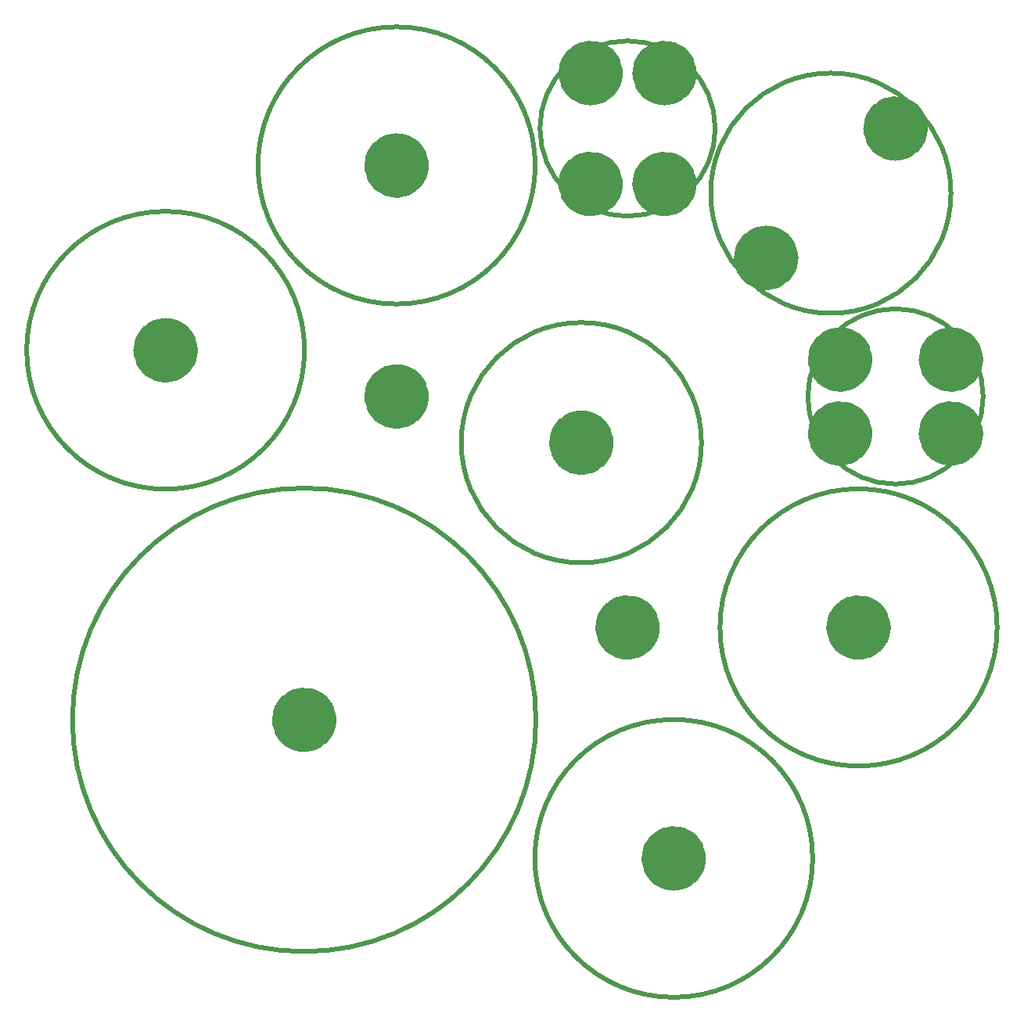
<source format=gbr>
G04 #@! TF.FileFunction,Legend,Bot*
%FSLAX46Y46*%
G04 Gerber Fmt 4.6, Leading zero omitted, Abs format (unit mm)*
G04 Created by KiCad (PCBNEW 4.0.6) date 12/04/17 20:42:28*
%MOMM*%
%LPD*%
G01*
G04 APERTURE LIST*
%ADD10C,0.050000*%
%ADD11C,0.500000*%
%ADD12C,5.000000*%
G04 APERTURE END LIST*
D10*
D11*
X173486833Y-65000000D02*
G75*
G03X173486833Y-65000000I-9486833J0D01*
G01*
X144486833Y-36000000D02*
G75*
G03X144486833Y-36000000I-9486833J0D01*
G01*
X170000000Y-43000000D02*
G75*
G03X170000000Y-43000000I-13000000J0D01*
G01*
X125000000Y-40000000D02*
G75*
G03X125000000Y-40000000I-15000000J0D01*
G01*
X175000000Y-90000000D02*
G75*
G03X175000000Y-90000000I-15000000J0D01*
G01*
X155033296Y-115000000D02*
G75*
G03X155033296Y-115000000I-15033296J0D01*
G01*
X125079872Y-100000000D02*
G75*
G03X125079872Y-100000000I-25079872J0D01*
G01*
X143000000Y-70000000D02*
G75*
G03X143000000Y-70000000I-13000000J0D01*
G01*
X100033296Y-60000000D02*
G75*
G03X100033296Y-60000000I-15033296J0D01*
G01*
D12*
X111000000Y-40000000D02*
G75*
G03X111000000Y-40000000I-1000000J0D01*
G01*
X161000000Y-90000000D02*
G75*
G03X161000000Y-90000000I-1000000J0D01*
G01*
X165000000Y-36000000D02*
G75*
G03X165000000Y-36000000I-1000000J0D01*
G01*
X132000000Y-30000000D02*
G75*
G03X132000000Y-30000000I-1000000J0D01*
G01*
X140000000Y-30000000D02*
G75*
G03X140000000Y-30000000I-1000000J0D01*
G01*
X140000000Y-42000000D02*
G75*
G03X140000000Y-42000000I-1000000J0D01*
G01*
X132000000Y-42000000D02*
G75*
G03X132000000Y-42000000I-1000000J0D01*
G01*
X159000000Y-69000000D02*
G75*
G03X159000000Y-69000000I-1000000J0D01*
G01*
X171000000Y-69000000D02*
G75*
G03X171000000Y-69000000I-1000000J0D01*
G01*
X171000000Y-61000000D02*
G75*
G03X171000000Y-61000000I-1000000J0D01*
G01*
X159000000Y-61000000D02*
G75*
G03X159000000Y-61000000I-1000000J0D01*
G01*
X151000000Y-50000000D02*
G75*
G03X151000000Y-50000000I-1000000J0D01*
G01*
X131000000Y-70000000D02*
G75*
G03X131000000Y-70000000I-1000000J0D01*
G01*
X111000000Y-65000000D02*
G75*
G03X111000000Y-65000000I-1000000J0D01*
G01*
X86000000Y-60000000D02*
G75*
G03X86000000Y-60000000I-1000000J0D01*
G01*
X136000000Y-90000000D02*
G75*
G03X136000000Y-90000000I-1000000J0D01*
G01*
X141000000Y-115000000D02*
G75*
G03X141000000Y-115000000I-1000000J0D01*
G01*
X101000000Y-100000000D02*
G75*
G03X101000000Y-100000000I-1000000J0D01*
G01*
M02*

</source>
